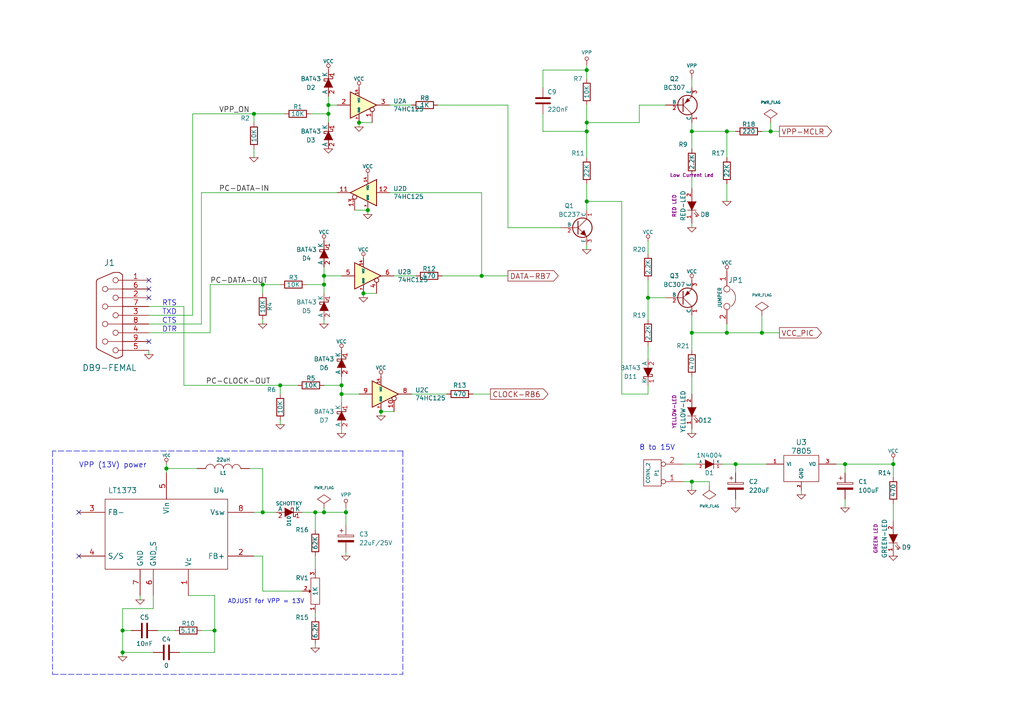
<source format=kicad_sch>
(kicad_sch (version 20211123) (generator eeschema)
  (paper "A4")
  (title_block (title "JDM - COM84 PIC Programmer with 13V DC/DC converter") (date "Sun 22 Mar 2015") (rev "2") (company "KiCad"))
  (lib_symbols
    (symbol "flat_hierarchy_schlib:74LS125" (pin_names (offset 0.254))
      (property "Reference" "U" (at 5.08 3.81 0))
      (property "Value" "74LS125" (at 7.62 -2.54 0))
      (symbol "74LS125_0_0"
        (pin power_in line (at -1.27 5.08 270) (length 2.54) (name "VCC") (number "14"))
        (pin power_in line (at -1.27 -5.08 90) (length 2.54) (name "GND") (number "7"))
      )
      (symbol "74LS125_1_0"
        (polyline (pts (xy -3.81 3.81) (xy -3.81 -3.81) (xy 3.81 0) (xy -3.81 3.81)) (stroke (width 0.254)) (fill (type background)))
        (pin input inverted (at 2.54 -5.08 90) (length 4.445) (name "~") (number "1"))
        (pin input line (at -7.62 0 0) (length 3.81) (name "~") (number "2"))
        (pin tri_state line (at 7.62 0 180) (length 3.81) (name "~") (number "3"))
      )
      (symbol "74LS125_2_0"
        (polyline (pts (xy -3.81 3.81) (xy -3.81 -3.81) (xy 3.81 0) (xy -3.81 3.81)) (stroke (width 0.254)) (fill (type background)))
        (pin input inverted (at 2.54 -5.08 90) (length 4.445) (name "~") (number "4"))
        (pin input line (at -7.62 0 0) (length 3.81) (name "~") (number "5"))
        (pin tri_state line (at 7.62 0 180) (length 3.81) (name "~") (number "6"))
      )
      (symbol "74LS125_3_0"
        (polyline (pts (xy -3.81 3.81) (xy -3.81 -3.81) (xy 3.81 0) (xy -3.81 3.81)) (stroke (width 0.254)) (fill (type background)))
        (pin input inverted (at 2.54 -5.08 90) (length 4.445) (name "~") (number "10"))
        (pin tri_state line (at 7.62 0 180) (length 3.81) (name "~") (number "8"))
        (pin input line (at -7.62 0 0) (length 3.81) (name "~") (number "9"))
      )
      (symbol "74LS125_4_0"
        (polyline (pts (xy -3.81 3.81) (xy -3.81 -3.81) (xy 3.81 0) (xy -3.81 3.81)) (stroke (width 0.254)) (fill (type background)))
        (pin tri_state line (at 7.62 0 180) (length 3.81) (name "~") (number "11"))
        (pin input line (at -7.62 0 0) (length 3.81) (name "~") (number "12"))
        (pin input inverted (at 2.54 -5.08 90) (length 4.445) (name "~") (number "13"))
      )
    )
    (symbol "flat_hierarchy_schlib:7805" (pin_names (offset 0.762))
      (property "Reference" "U" (at 3.81 -4.9784 0))
      (property "Value" "7805" (at 0 5.08 0))
      (symbol "7805_0_1"
        (rectangle (start -5.08 -3.81) (end 5.08 3.81))
      )
      (symbol "7805_1_1"
        (pin input line (at -10.16 1.27 0) (length 5.08) (name "VI") (number "1"))
        (pin input line (at 0 -6.35 90) (length 2.54) (name "GND") (number "2"))
        (pin power_out line (at 10.16 1.27 180) (length 5.08) (name "VO") (number "3"))
      )
    )
    (symbol "flat_hierarchy_schlib:BC237" (pin_names (offset 0))
      (property "Reference" "Q" (at 0 -3.81 0))
      (property "Value" "BC237" (at 0 3.81 0))
      (property "Footprint" "Package_TO_SOT_THT:TO-92" (at -2.54 -5.08 0))
      (symbol "BC237_0_1"
        (polyline (pts (xy 0 0) (xy 2.54 2.54)))
        (polyline (pts (xy 0 1.905) (xy 0 -1.905) (xy 0 -1.905)) (stroke (width 0.254)))
        (polyline (pts (xy 1.27 -1.27) (xy 0 0) (xy 0 0)))
        (polyline (pts (xy 2.286 -2.286) (xy 2.54 -2.54) (xy 2.54 -2.54)))
        (polyline (pts (xy 2.286 -2.286) (xy 1.778 -0.762) (xy 0.762 -1.778) (xy 2.286 -2.286) (xy 2.286 -2.286)) (fill (type outline)))
        (circle (center 1.27 0) (radius 2.8194) (stroke (width 0.254)))
      )
      (symbol "BC237_1_1"
        (pin passive line (at 2.54 5.08 270) (length 2.54) (name "C") (number "1"))
        (pin input line (at -5.08 0 0) (length 5.08) (name "B") (number "2"))
        (pin passive line (at 2.54 -5.08 90) (length 2.54) (name "E") (number "3"))
      )
    )
    (symbol "flat_hierarchy_schlib:BC307" (pin_names (offset 0))
      (property "Reference" "Q" (at 0 -3.81 0))
      (property "Value" "BC307" (at 0 3.81 0))
      (property "Footprint" "Package_TO_SOT_THT:TO-92" (at -2.54 -5.08 0))
      (symbol "BC307_0_1"
        (polyline (pts (xy 0 0) (xy 2.54 2.54)))
        (polyline (pts (xy 0 1.905) (xy 0 -1.905) (xy 0 -1.905)) (stroke (width 0.254)) (fill (type outline)))
        (polyline (pts (xy 0.635 -0.635) (xy 0 0) (xy 0 0)))
        (polyline (pts (xy 2.54 -2.54) (xy 1.651 -1.651) (xy 1.651 -1.651)))
        (polyline (pts (xy 0.635 -0.635) (xy 1.27 -1.905) (xy 1.905 -1.27) (xy 0.635 -0.635) (xy 0.635 -0.635)) (fill (type outline)))
        (circle (center 1.27 0) (radius 2.8194) (stroke (width 0.254)))
      )
      (symbol "BC307_1_1"
        (pin passive line (at 2.54 5.08 270) (length 2.54) (name "C") (number "1"))
        (pin input line (at -5.08 0 0) (length 5.08) (name "B") (number "2"))
        (pin passive line (at 2.54 -5.08 90) (length 2.54) (name "E") (number "3"))
      )
    )
    (symbol "flat_hierarchy_schlib:C" (pin_numbers hide) (pin_names (offset 0.254))
      (property "Reference" "C" (at 0.635 2.54 0))
      (property "Value" "C" (at 0.635 -2.54 0))
      (symbol "C_0_1"
        (polyline (pts (xy -2.032 -0.762) (xy 2.032 -0.762)) (stroke (width 0.508)))
        (polyline (pts (xy -2.032 0.762) (xy 2.032 0.762)) (stroke (width 0.508)))
      )
      (symbol "C_1_1"
        (pin passive line (at 0 3.81 270) (length 2.794) (name "~") (number "1"))
        (pin passive line (at 0 -3.81 90) (length 2.794) (name "~") (number "2"))
      )
    )
    (symbol "flat_hierarchy_schlib:CONN_2" (pin_names (offset 1.016) hide)
      (property "Reference" "P" (at -1.27 0 90))
      (property "Value" "CONN_2" (at 1.27 0 90))
      (symbol "CONN_2_0_1"
        (rectangle (start -2.54 3.81) (end 2.54 -3.81))
      )
      (symbol "CONN_2_1_1"
        (pin passive inverted (at -8.89 2.54 0) (length 6.35) (name "P1") (number "1"))
        (pin passive inverted (at -8.89 -2.54 0) (length 6.35) (name "PM") (number "2"))
      )
    )
    (symbol "flat_hierarchy_schlib:CP" (pin_numbers hide) (pin_names (offset 0.254))
      (property "Reference" "C" (at 0.635 2.54 0))
      (property "Value" "CP" (at 0.635 -2.54 0))
      (symbol "CP_0_1"
        (rectangle (start -2.286 0.508) (end -2.286 1.016))
        (rectangle (start -2.286 0.508) (end 2.286 0.508))
        (rectangle (start -1.778 2.286) (end -0.762 2.286))
        (rectangle (start -1.27 1.778) (end -1.27 2.794))
        (rectangle (start 2.286 -0.508) (end -2.286 -1.016) (fill (type outline)))
        (rectangle (start 2.286 1.016) (end -2.286 1.016))
        (rectangle (start 2.286 1.016) (end 2.286 0.508))
      )
      (symbol "CP_1_1"
        (pin passive line (at 0 3.81 270) (length 2.794) (name "~") (number "1"))
        (pin passive line (at 0 -3.81 90) (length 2.794) (name "~") (number "2"))
      )
    )
    (symbol "flat_hierarchy_schlib:D" (pin_names (offset 0))
      (property "Reference" "D" (at 0 2.54 0))
      (property "Value" "D" (at 0 -2.54 0))
      (symbol "D_0_1"
        (polyline (pts (xy -1.27 1.27) (xy -1.27 -1.27)) (stroke (width 0.1524)))
        (polyline (pts (xy 1.27 1.27) (xy -1.27 0) (xy 1.27 -1.27)) (fill (type outline)))
      )
      (symbol "D_1_1"
        (pin passive line (at -3.81 0 0) (length 2.54) (name "K") (number "1"))
        (pin passive line (at 3.81 0 180) (length 2.54) (name "A") (number "2"))
      )
    )
    (symbol "flat_hierarchy_schlib:DB9" (pin_names (offset 1.016) hide)
      (property "Reference" "J" (at 0 13.97 0))
      (property "Value" "DB9" (at 0 -13.97 0))
      (symbol "DB9_0_1"
        (circle (center -1.778 -10.16) (radius 0.762))
        (circle (center -1.778 -5.08) (radius 0.762))
        (circle (center -1.778 0) (radius 0.762))
        (circle (center -1.778 5.08) (radius 0.762))
        (circle (center -1.778 10.16) (radius 0.762))
        (polyline (pts (xy -3.81 -11.684) (xy -3.81 11.684)) (stroke (width 0.2032)))
        (polyline (pts (xy -3.81 -11.6586) (xy -3.556 -11.938)) (stroke (width 0.2032)))
        (polyline (pts (xy -3.81 -10.16) (xy -2.54 -10.16)))
        (polyline (pts (xy -3.81 -7.62) (xy 0.508 -7.62)))
        (polyline (pts (xy -3.81 -5.08) (xy -2.54 -5.08)))
        (polyline (pts (xy -3.81 -2.54) (xy 0.508 -2.54)))
        (polyline (pts (xy -3.81 0) (xy -2.54 0)))
        (polyline (pts (xy -3.81 2.54) (xy 0.508 2.54)))
        (polyline (pts (xy -3.81 5.08) (xy -2.54 5.08)))
        (polyline (pts (xy -3.81 7.62) (xy 0.508 7.62)))
        (polyline (pts (xy -3.81 10.16) (xy -2.54 10.16)))
        (polyline (pts (xy -3.556 -11.938) (xy -2.794 -12.446)) (stroke (width 0.2032)))
        (polyline (pts (xy -3.556 11.938) (xy -3.81 11.684)) (stroke (width 0.2032)))
        (polyline (pts (xy -3.556 11.938) (xy -2.54 12.446)) (stroke (width 0.2032)))
        (polyline (pts (xy -2.794 -12.446) (xy -1.27 -12.446)) (stroke (width 0.2032)))
        (polyline (pts (xy -2.54 12.446) (xy -1.778 12.446)) (stroke (width 0.2032)))
        (polyline (pts (xy 3.2766 9.906) (xy -1.778 12.446)) (stroke (width 0.2032)))
        (polyline (pts (xy 3.2766 9.906) (xy 3.81 9.398)) (stroke (width 0.2032)))
        (polyline (pts (xy 3.556 -10.3886) (xy -1.27 -12.446)) (stroke (width 0.2032)))
        (polyline (pts (xy 3.81 -9.906) (xy 3.556 -10.3886)) (stroke (width 0.2032)))
        (polyline (pts (xy 3.81 9.398) (xy 3.81 -9.906)) (stroke (width 0.2032)))
        (circle (center 1.27 -7.62) (radius 0.762))
        (circle (center 1.27 -2.54) (radius 0.762))
        (circle (center 1.27 2.54) (radius 0.762))
        (circle (center 1.27 7.62) (radius 0.762))
      )
      (symbol "DB9_1_1"
        (pin passive line (at -11.43 -10.16 0) (length 7.62) (name "1") (number "1"))
        (pin passive line (at -11.43 -5.08 0) (length 7.62) (name "2") (number "2"))
        (pin passive line (at -11.43 0 0) (length 7.62) (name "3") (number "3"))
        (pin passive line (at -11.43 5.08 0) (length 7.62) (name "4") (number "4"))
        (pin passive line (at -11.43 10.16 0) (length 7.62) (name "5") (number "5"))
        (pin passive line (at -11.43 -7.62 0) (length 7.62) (name "P6") (number "6"))
        (pin passive line (at -11.43 -2.54 0) (length 7.62) (name "P7") (number "7"))
        (pin passive line (at -11.43 2.54 0) (length 7.62) (name "P8") (number "8"))
        (pin passive line (at -11.43 7.62 0) (length 7.62) (name "P9") (number "9"))
      )
    )
    (symbol "flat_hierarchy_schlib:D_Schottky" (pin_names (offset 0))
      (property "Reference" "D" (at 0 2.54 0))
      (property "Value" "D_Schottky" (at 0 -2.54 0))
      (symbol "D_Schottky_0_1"
        (polyline (pts (xy 1.27 1.27) (xy -1.27 0) (xy 1.27 -1.27)) (fill (type outline)))
        (polyline (pts (xy -1.905 0.635) (xy -1.905 1.27) (xy -1.27 1.27) (xy -1.27 -1.27) (xy -0.635 -1.27) (xy -0.635 -0.635)) (stroke (width 0.2032)))
      )
      (symbol "D_Schottky_1_1"
        (pin passive line (at -3.81 0 0) (length 2.54) (name "K") (number "1"))
        (pin passive line (at 3.81 0 180) (length 2.54) (name "A") (number "2"))
      )
    )
    (symbol "flat_hierarchy_schlib:GND" (power) (pin_names (offset 0))
      (symbol "GND_0_1"
        (polyline (pts (xy -1.27 0) (xy 0 -1.27) (xy 1.27 0) (xy -1.27 0)))
      )
      (symbol "GND_1_1"
        (pin power_in line (at 0 0 90) (length 0) hide (name "GND") (number "1"))
      )
    )
    (symbol "flat_hierarchy_schlib:INDUCTOR" (pin_numbers hide) (pin_names (offset 1.016) hide)
      (property "Reference" "L" (at -1.27 0 90))
      (property "Value" "INDUCTOR" (at 2.54 0 90))
      (symbol "INDUCTOR_0_1"
        (arc (start 0.0254 -5.0546) (mid 1.2449 -3.8097) (end 0.0254 -2.54))
        (arc (start 0.0254 -2.5146) (mid 1.2703 -1.2444) (end 0.0254 0.0508))
        (arc (start 0.0254 0.0254) (mid 1.2703 1.2956) (end 0.0254 2.5908))
        (arc (start 0.0254 2.5654) (mid 1.1941 3.7595) (end 0.0254 4.9784))
      )
      (symbol "INDUCTOR_1_1"
        (pin passive line (at 0 7.62 270) (length 2.54) (name "1") (number "1"))
        (pin passive line (at 0 -7.62 90) (length 2.54) (name "2") (number "2"))
      )
    )
    (symbol "flat_hierarchy_schlib:JUMPER" (pin_names (offset 0.762) hide)
      (property "Reference" "JP" (at 0 3.81 0))
      (property "Value" "JUMPER" (at 0 -2.032 0))
      (symbol "JUMPER_0_1"
        (circle (center -2.54 0) (radius 0.889))
        (arc (start 2.5146 1.27) (mid 0.0078 2.5097) (end -2.4892 1.27))
        (circle (center 2.54 0) (radius 0.889))
        (pin passive line (at -7.62 0 0) (length 4.191) (name "1") (number "1"))
        (pin passive line (at 7.62 0 180) (length 4.191) (name "2") (number "2"))
      )
    )
    (symbol "flat_hierarchy_schlib:LED" (pin_names (offset 1.016) hide)
      (property "Reference" "D" (at 0 2.54 0))
      (property "Value" "LED" (at 0 -2.54 0))
      (symbol "LED_0_1"
        (polyline (pts (xy -1.27 1.27) (xy -1.27 -1.27)))
        (polyline (pts (xy -2.032 -0.635) (xy -3.175 -1.651) (xy -3.048 -1.016)))
        (polyline (pts (xy -1.651 -1.016) (xy -2.794 -2.032) (xy -2.667 -1.397)))
        (polyline (pts (xy 1.27 1.27) (xy -1.27 0) (xy 1.27 -1.27)) (fill (type outline)))
      )
      (symbol "LED_1_1"
        (pin passive line (at -5.08 0 0) (length 3.81) (name "K") (number "1"))
        (pin passive line (at 5.08 0 180) (length 3.81) (name "A") (number "2"))
      )
    )
    (symbol "flat_hierarchy_schlib:LT1373" (pin_names (offset 0.762))
      (property "Reference" "U" (at 15.24 12.7 0))
      (property "Value" "LT1373" (at -12.7 12.7 0))
      (symbol "LT1373_0_1"
        (rectangle (start -17.78 -10.16) (end 17.78 10.16))
      )
      (symbol "LT1373_1_1"
        (pin input line (at 6.35 -17.78 90) (length 7.62) (name "Vc") (number "1"))
        (pin input line (at 25.4 -6.35 180) (length 7.62) (name "FB+") (number "2"))
        (pin passive line (at -25.4 6.35 0) (length 7.62) (name "FB-") (number "3"))
        (pin passive line (at -25.4 -6.35 0) (length 7.62) (name "S/S") (number "4"))
        (pin power_in line (at 0 17.78 270) (length 7.62) (name "Vin") (number "5"))
        (pin input line (at -3.81 -17.78 90) (length 7.62) (name "GND_S") (number "6"))
        (pin input line (at -7.62 -17.78 90) (length 7.62) (name "GND") (number "7"))
        (pin input line (at 25.4 6.35 180) (length 7.62) (name "Vsw") (number "8"))
      )
    )
    (symbol "flat_hierarchy_schlib:POT" (pin_names (offset 1.016) hide)
      (property "Reference" "RV" (at 0 -2.54 0))
      (property "Value" "POT" (at 0 0 0))
      (symbol "POT_0_1"
        (rectangle (start -3.81 1.27) (end 3.81 -1.27))
        (polyline (pts (xy 0 1.27) (xy -0.508 1.778) (xy 0.508 1.778)) (fill (type outline)))
      )
      (symbol "POT_1_1"
        (pin passive line (at -6.35 0 0) (length 2.54) (name "1") (number "1"))
        (pin passive line (at 0 3.81 270) (length 2.032) (name "2") (number "2"))
        (pin passive line (at 6.35 0 180) (length 2.54) (name "3") (number "3"))
      )
    )
    (symbol "flat_hierarchy_schlib:PWR_FLAG" (power) (pin_numbers hide) (pin_names (offset 0) hide)
      (property "Value" "PWR_FLAG" (at 0 4.572 0))
      (symbol "PWR_FLAG_0_0"
        (pin power_out line (at 0 0 90) (length 0) (name "pwr") (number "1"))
      )
      (symbol "PWR_FLAG_0_1"
        (polyline (pts (xy 0 0) (xy 0 1.27) (xy -1.905 2.54) (xy 0 3.81) (xy 1.905 2.54) (xy 0 1.27)))
      )
    )
    (symbol "flat_hierarchy_schlib:R" (pin_numbers hide) (pin_names (offset 0))
      (property "Reference" "R" (at 2.032 0 90))
      (property "Value" "R" (at 0 0 90))
      (symbol "R_0_1"
        (rectangle (start -1.016 -2.54) (end 1.016 2.54) (stroke (width 0.254)))
      )
      (symbol "R_1_1"
        (pin passive line (at 0 3.81 270) (length 1.27) (name "~") (number "1"))
        (pin passive line (at 0 -3.81 90) (length 1.27) (name "~") (number "2"))
      )
    )
    (symbol "flat_hierarchy_schlib:VCC" (power) (pin_names (offset 0))
      (property "Value" "VCC" (at 0 2.54 0))
      (symbol "VCC_0_0"
        (pin power_in line (at 0 0 90) (length 0) hide (name "VCC") (number "1"))
      )
      (symbol "VCC_0_1"
        (polyline (pts (xy 0 0) (xy 0 0.762) (xy 0 0.762)))
        (circle (center 0 1.27) (radius 0.508))
      )
    )
    (symbol "flat_hierarchy_schlib:VPP" (pin_names (offset 0))
      (property "Value" "VPP" (at 0 3.81 0))
      (symbol "VPP_0_0"
        (pin power_in line (at 0 0 90) (length 0) hide (name "VPP") (number "1"))
      )
      (symbol "VPP_0_1"
        (polyline (pts (xy 0 1.524) (xy 0 0)))
        (circle (center 0 2.032) (radius 0.508))
      )
    )
  )
  (junction (at 76.2 82.55) (diameter 1.016))
  (junction (at 200.66 139.7) (diameter 1.016))
  (junction (at 95.25 30.48) (diameter 1.016))
  (junction (at 110.49 119.38) (diameter 1.016))
  (junction (at 210.82 38.1) (diameter 1.016))
  (junction (at 210.82 96.52) (diameter 1.016))
  (junction (at 170.18 20.32) (diameter 1.016))
  (junction (at 139.7 80.01) (diameter 1.016))
  (junction (at 259.08 134.62) (diameter 1.016))
  (junction (at 170.18 58.42) (diameter 1.016))
  (junction (at 93.98 80.01) (diameter 1.016))
  (junction (at 170.18 35.56) (diameter 1.016))
  (junction (at 200.66 38.1) (diameter 1.016))
  (junction (at 62.23 182.88) (diameter 1.016))
  (junction (at 93.98 148.59) (diameter 1.016))
  (junction (at 99.06 114.3) (diameter 1.016))
  (junction (at 223.52 38.1) (diameter 1.016))
  (junction (at 35.56 189.23) (diameter 1.016))
  (junction (at 245.11 134.62) (diameter 1.016))
  (junction (at 48.26 135.89) (diameter 1.016))
  (junction (at 76.2 148.59) (diameter 1.016))
  (junction (at 220.98 96.52) (diameter 1.016))
  (junction (at 105.41 85.09) (diameter 1.016))
  (junction (at 73.66 33.02) (diameter 1.016))
  (junction (at 81.28 111.76) (diameter 1.016))
  (junction (at 93.98 82.55) (diameter 1.016))
  (junction (at 187.96 86.36) (diameter 1.016))
  (junction (at 213.36 134.62) (diameter 1.016))
  (junction (at 35.56 182.88) (diameter 1.016))
  (junction (at 170.18 38.1) (diameter 1.016))
  (junction (at 104.14 35.56) (diameter 1.016))
  (junction (at 95.25 33.02) (diameter 1.016))
  (junction (at 200.66 96.52) (diameter 1.016))
  (junction (at 99.06 111.76) (diameter 1.016))
  (junction (at 100.33 148.59) (diameter 1.016))
  (junction (at 106.68 60.96) (diameter 1.016))
  (junction (at 91.44 148.59) (diameter 1.016))
  (no_connect (at 43.18 81.28))
  (no_connect (at 22.86 161.29))
  (no_connect (at 22.86 148.59))
  (no_connect (at 43.18 83.82))
  (no_connect (at 43.18 86.36))
  (no_connect (at 43.18 99.06))
  (wire (pts (xy 113.03 30.48) (xy 119.38 30.48)))
  (wire (pts (xy 220.98 38.1) (xy 223.52 38.1)))
  (wire (pts (xy 200.66 109.22) (xy 200.66 114.3)))
  (wire (pts (xy 93.98 111.76) (xy 99.06 111.76)))
  (wire (pts (xy 53.34 88.9) (xy 43.18 88.9)))
  (wire (pts (xy 102.87 60.96) (xy 106.68 60.96)))
  (wire (pts (xy 35.56 189.23) (xy 35.56 190.5)))
  (wire (pts (xy 87.63 148.59) (xy 91.44 148.59)))
  (wire (pts (xy 139.7 80.01) (xy 147.32 80.01)))
  (wire (pts (xy 73.66 148.59) (xy 76.2 148.59)))
  (wire (pts (xy 76.2 82.55) (xy 81.28 82.55)))
  (wire (pts (xy 210.82 38.1) (xy 213.36 38.1)))
  (wire (pts (xy 81.28 114.3) (xy 81.28 111.76)))
  (wire (pts (xy 73.66 45.72) (xy 73.66 43.18)))
  (wire (pts (xy 55.88 33.02) (xy 73.66 33.02)))
  (wire (pts (xy 245.11 134.62) (xy 245.11 137.16)))
  (polyline (pts (xy 15.24 195.58) (xy 116.84 195.58)) (stroke (width 0) (type dash)))
  (wire (pts (xy 110.49 120.65) (xy 110.49 119.38)))
  (wire (pts (xy 93.98 77.47) (xy 93.98 80.01)))
  (wire (pts (xy 200.66 96.52) (xy 200.66 101.6)))
  (wire (pts (xy 105.41 85.09) (xy 105.41 86.36)))
  (wire (pts (xy 187.96 86.36) (xy 187.96 92.71)))
  (wire (pts (xy 180.34 114.3) (xy 180.34 58.42)))
  (wire (pts (xy 200.66 124.46) (xy 200.66 125.73)))
  (wire (pts (xy 93.98 82.55) (xy 93.98 85.09)))
  (wire (pts (xy 210.82 96.52) (xy 220.98 96.52)))
  (wire (pts (xy 187.96 81.28) (xy 187.96 86.36)))
  (wire (pts (xy 100.33 161.29) (xy 100.33 160.02)))
  (wire (pts (xy 99.06 111.76) (xy 99.06 114.3)))
  (wire (pts (xy 245.11 144.78) (xy 245.11 147.32)))
  (wire (pts (xy 58.42 55.88) (xy 97.79 55.88)))
  (wire (pts (xy 76.2 148.59) (xy 80.01 148.59)))
  (wire (pts (xy 232.41 143.51) (xy 232.41 142.24)))
  (wire (pts (xy 200.66 38.1) (xy 200.66 43.18)))
  (wire (pts (xy 200.66 50.8) (xy 200.66 54.61)))
  (wire (pts (xy 62.23 172.72) (xy 62.23 182.88)))
  (wire (pts (xy 58.42 182.88) (xy 62.23 182.88)))
  (wire (pts (xy 91.44 161.29) (xy 91.44 165.1)))
  (wire (pts (xy 170.18 30.48) (xy 170.18 35.56)))
  (wire (pts (xy 60.96 82.55) (xy 60.96 96.52)))
  (wire (pts (xy 60.96 96.52) (xy 43.18 96.52)))
  (wire (pts (xy 73.66 35.56) (xy 73.66 33.02)))
  (wire (pts (xy 110.49 119.38) (xy 114.3 119.38)))
  (wire (pts (xy 95.25 30.48) (xy 95.25 33.02)))
  (wire (pts (xy 170.18 53.34) (xy 170.18 58.42)))
  (wire (pts (xy 76.2 92.71) (xy 76.2 93.98)))
  (wire (pts (xy 185.42 30.48) (xy 185.42 35.56)))
  (wire (pts (xy 259.08 134.62) (xy 259.08 138.43)))
  (wire (pts (xy 100.33 147.32) (xy 100.33 148.59)))
  (wire (pts (xy 223.52 35.56) (xy 223.52 38.1)))
  (wire (pts (xy 91.44 148.59) (xy 91.44 153.67)))
  (wire (pts (xy 93.98 147.32) (xy 93.98 148.59)))
  (wire (pts (xy 223.52 38.1) (xy 226.06 38.1)))
  (wire (pts (xy 53.34 111.76) (xy 53.34 88.9)))
  (wire (pts (xy 62.23 182.88) (xy 62.23 189.23)))
  (wire (pts (xy 95.25 27.94) (xy 95.25 30.48)))
  (wire (pts (xy 99.06 125.73) (xy 99.06 124.46)))
  (wire (pts (xy 90.17 33.02) (xy 95.25 33.02)))
  (wire (pts (xy 35.56 182.88) (xy 38.1 182.88)))
  (wire (pts (xy 35.56 176.53) (xy 35.56 182.88)))
  (wire (pts (xy 187.96 114.3) (xy 180.34 114.3)))
  (wire (pts (xy 245.11 134.62) (xy 259.08 134.62)))
  (wire (pts (xy 99.06 109.22) (xy 99.06 111.76)))
  (wire (pts (xy 76.2 135.89) (xy 76.2 148.59)))
  (wire (pts (xy 209.55 134.62) (xy 213.36 134.62)))
  (wire (pts (xy 242.57 134.62) (xy 245.11 134.62)))
  (wire (pts (xy 95.25 30.48) (xy 97.79 30.48)))
  (wire (pts (xy 104.14 35.56) (xy 107.95 35.56)))
  (wire (pts (xy 157.48 33.02) (xy 157.48 38.1)))
  (wire (pts (xy 44.45 176.53) (xy 35.56 176.53)))
  (wire (pts (xy 44.45 172.72) (xy 44.45 176.53)))
  (wire (pts (xy 210.82 96.52) (xy 210.82 93.98)))
  (wire (pts (xy 127 30.48) (xy 147.32 30.48)))
  (wire (pts (xy 88.9 82.55) (xy 93.98 82.55)))
  (wire (pts (xy 100.33 148.59) (xy 100.33 152.4)))
  (wire (pts (xy 193.04 30.48) (xy 185.42 30.48)))
  (wire (pts (xy 170.18 38.1) (xy 170.18 45.72)))
  (wire (pts (xy 220.98 96.52) (xy 220.98 91.44)))
  (wire (pts (xy 198.12 139.7) (xy 200.66 139.7)))
  (wire (pts (xy 205.74 139.7) (xy 205.74 140.97)))
  (wire (pts (xy 170.18 20.32) (xy 170.18 22.86)))
  (wire (pts (xy 210.82 53.34) (xy 210.82 58.42)))
  (wire (pts (xy 200.66 96.52) (xy 210.82 96.52)))
  (wire (pts (xy 170.18 58.42) (xy 170.18 60.96)))
  (wire (pts (xy 95.25 33.02) (xy 95.25 35.56)))
  (wire (pts (xy 113.03 55.88) (xy 139.7 55.88)))
  (wire (pts (xy 200.66 38.1) (xy 210.82 38.1)))
  (wire (pts (xy 73.66 161.29) (xy 76.2 161.29)))
  (polyline (pts (xy 15.24 130.81) (xy 15.24 195.58)) (stroke (width 0) (type dash)))
  (wire (pts (xy 48.26 134.62) (xy 48.26 135.89)))
  (wire (pts (xy 200.66 91.44) (xy 200.66 96.52)))
  (wire (pts (xy 91.44 177.8) (xy 91.44 179.07)))
  (wire (pts (xy 200.66 35.56) (xy 200.66 38.1)))
  (wire (pts (xy 147.32 30.48) (xy 147.32 66.04)))
  (wire (pts (xy 170.18 19.05) (xy 170.18 20.32)))
  (wire (pts (xy 185.42 35.56) (xy 170.18 35.56)))
  (wire (pts (xy 198.12 134.62) (xy 201.93 134.62)))
  (wire (pts (xy 55.88 33.02) (xy 55.88 91.44)))
  (wire (pts (xy 91.44 187.96) (xy 91.44 186.69)))
  (polyline (pts (xy 116.84 130.81) (xy 15.24 130.81)) (stroke (width 0) (type dash)))
  (wire (pts (xy 53.34 111.76) (xy 81.28 111.76)))
  (wire (pts (xy 104.14 114.3) (xy 99.06 114.3)))
  (wire (pts (xy 114.3 80.01) (xy 120.65 80.01)))
  (wire (pts (xy 157.48 25.4) (xy 157.48 20.32)))
  (wire (pts (xy 52.07 189.23) (xy 62.23 189.23)))
  (wire (pts (xy 91.44 148.59) (xy 93.98 148.59)))
  (wire (pts (xy 200.66 25.4) (xy 200.66 22.86)))
  (wire (pts (xy 139.7 55.88) (xy 139.7 80.01)))
  (wire (pts (xy 119.38 114.3) (xy 129.54 114.3)))
  (wire (pts (xy 106.68 62.23) (xy 106.68 60.96)))
  (wire (pts (xy 58.42 93.98) (xy 58.42 55.88)))
  (wire (pts (xy 187.96 69.85) (xy 187.96 73.66)))
  (wire (pts (xy 259.08 146.05) (xy 259.08 151.13)))
  (wire (pts (xy 73.66 33.02) (xy 82.55 33.02)))
  (wire (pts (xy 93.98 148.59) (xy 100.33 148.59)))
  (wire (pts (xy 142.24 114.3) (xy 137.16 114.3)))
  (wire (pts (xy 105.41 85.09) (xy 109.22 85.09)))
  (wire (pts (xy 259.08 133.35) (xy 259.08 134.62)))
  (wire (pts (xy 157.48 20.32) (xy 170.18 20.32)))
  (wire (pts (xy 60.96 82.55) (xy 76.2 82.55)))
  (wire (pts (xy 193.04 86.36) (xy 187.96 86.36)))
  (wire (pts (xy 128.27 80.01) (xy 139.7 80.01)))
  (wire (pts (xy 45.72 182.88) (xy 50.8 182.88)))
  (wire (pts (xy 147.32 66.04) (xy 162.56 66.04)))
  (wire (pts (xy 170.18 58.42) (xy 180.34 58.42)))
  (wire (pts (xy 200.66 64.77) (xy 200.66 66.04)))
  (wire (pts (xy 213.36 144.78) (xy 213.36 147.32)))
  (wire (pts (xy 48.26 135.89) (xy 57.15 135.89)))
  (wire (pts (xy 93.98 80.01) (xy 93.98 82.55)))
  (wire (pts (xy 213.36 134.62) (xy 213.36 137.16)))
  (wire (pts (xy 187.96 111.76) (xy 187.96 114.3)))
  (wire (pts (xy 76.2 82.55) (xy 76.2 85.09)))
  (wire (pts (xy 187.96 100.33) (xy 187.96 104.14)))
  (wire (pts (xy 93.98 93.98) (xy 93.98 92.71)))
  (polyline (pts (xy 116.84 130.81) (xy 116.84 195.58)) (stroke (width 0) (type dash)))
  (wire (pts (xy 99.06 80.01) (xy 93.98 80.01)))
  (wire (pts (xy 81.28 123.19) (xy 81.28 121.92)))
  (wire (pts (xy 76.2 171.45) (xy 87.63 171.45)))
  (wire (pts (xy 55.88 91.44) (xy 43.18 91.44)))
  (wire (pts (xy 54.61 172.72) (xy 62.23 172.72)))
  (wire (pts (xy 170.18 35.56) (xy 170.18 38.1)))
  (wire (pts (xy 200.66 139.7) (xy 205.74 139.7)))
  (wire (pts (xy 72.39 135.89) (xy 76.2 135.89)))
  (wire (pts (xy 43.18 102.87) (xy 43.18 101.6)))
  (wire (pts (xy 200.66 142.24) (xy 200.66 139.7)))
  (wire (pts (xy 76.2 161.29) (xy 76.2 171.45)))
  (wire (pts (xy 104.14 36.83) (xy 104.14 35.56)))
  (wire (pts (xy 35.56 182.88) (xy 35.56 189.23)))
  (wire (pts (xy 81.28 111.76) (xy 86.36 111.76)))
  (wire (pts (xy 43.18 93.98) (xy 58.42 93.98)))
  (wire (pts (xy 99.06 114.3) (xy 99.06 116.84)))
  (wire (pts (xy 40.64 173.99) (xy 40.64 172.72)))
  (wire (pts (xy 220.98 96.52) (xy 226.06 96.52)))
  (wire (pts (xy 170.18 72.39) (xy 170.18 71.12)))
  (wire (pts (xy 157.48 38.1) (xy 170.18 38.1)))
  (wire (pts (xy 213.36 134.62) (xy 222.25 134.62)))
  (wire (pts (xy 35.56 189.23) (xy 44.45 189.23)))
  (wire (pts (xy 48.26 135.89) (xy 48.26 137.16)))
  (wire (pts (xy 210.82 38.1) (xy 210.82 45.72)))
  (text "TXD" (at 46.99 91.44 0) (effects (font (size 1.524 1.524)) (justify left bottom)))
  (text "CTS" (at 46.99 93.98 0) (effects (font (size 1.524 1.524)) (justify left bottom)))
  (text "DTR" (at 46.99 96.52 0) (effects (font (size 1.524 1.524)) (justify left bottom)))
  (text "VPP (13V) power" (at 22.86 135.89 0) (effects (font (size 1.524 1.524)) (justify left bottom)))
  (text "ADJUST for VPP = 13V" (at 66.04 175.26 0) (effects (font (size 1.27 1.27)) (justify left bottom)))
  (text "RTS" (at 46.99 88.9 0) (effects (font (size 1.524 1.524)) (justify left bottom)))
  (text "8 to 15V" (at 185.42 130.81 0) (effects (font (size 1.524 1.524)) (justify left bottom)))
  (label "PC-CLOCK-OUT" (at 59.69 111.76 0) (effects (font (size 1.524 1.524))))
  (label "PC-DATA-OUT" (at 60.96 82.55 0) (effects (font (size 1.524 1.524))))
  (label "VPP_ON" (at 63.5 33.02 0) (effects (font (size 1.524 1.524))))
  (label "PC-DATA-IN" (at 63.5 55.88 0) (effects (font (size 1.524 1.524))))
  (global_label "VCC_PIC" (shape output) (at 226.06 96.52 0) (effects (font (size 1.524 1.524))) (property "Intersheet References" "${INTERSHEET_REFS}" (effects hide)))
  (global_label "CLOCK-RB6" (shape output) (at 142.24 114.3 0) (effects (font (size 1.524 1.524))) (property "Intersheet References" "${INTERSHEET_REFS}" (effects hide)))
  (global_label "VPP-MCLR" (shape output) (at 226.06 38.1 0) (effects (font (size 1.524 1.524))) (property "Intersheet References" "${INTERSHEET_REFS}" (effects hide)))
  (global_label "DATA-RB7" (shape output) (at 147.32 80.01 0) (effects (font (size 1.524 1.524))) (property "Intersheet References" "${INTERSHEET_REFS}" (effects hide)))
  (symbol (lib_id "flat_hierarchy_schlib:DB9") (at 31.75 91.44 180) (unit 1)
    (property "Reference" "J1" (at 31.75 76.2 0) (effects (font (size 1.778 1.778))))
    (property "Value" "DB9-FEMAL" (at 31.75 106.68 0) (effects (font (size 1.778 1.778))))
    (property "Footprint" "Connector_Dsub:DSUB-9_Female_Horizontal_P2.77x2.84mm_EdgePinOffset7.70mm_Housed_MountingHolesOffset9.12mm" (effects hide))
  )
  (symbol (lib_id "flat_hierarchy_schlib:74LS125") (at 105.41 30.48 0) (unit 1)
    (property "Reference" "U2" (at 114.0461 29.3306 0) (effects (justify left)))
    (property "Value" "74HC125" (at 114.0461 31.6293 0) (effects (justify left)))
    (property "Footprint" "Package_DIP:DIP-14_W7.62mm_LongPads" (effects hide))
  )
  (symbol (lib_id "flat_hierarchy_schlib:R") (at 86.36 33.02 90) (unit 1)
    (property "Reference" "R1" (at 86.36 30.988 90))
    (property "Value" "10K" (at 86.36 33.02 90))
    (property "Footprint" "Resistor_THT:R_Axial_DIN0207_L6.3mm_D2.5mm_P10.16mm_Horizontal" (effects hide))
  )
  (symbol (lib_id "flat_hierarchy_schlib:R") (at 73.66 39.37 0) (unit 1)
    (property "Reference" "R2" (at 71.12 34.29 0))
    (property "Value" "10K" (at 73.66 39.37 90))
    (property "Footprint" "Resistor_THT:R_Axial_DIN0207_L6.3mm_D2.5mm_P10.16mm_Horizontal" (effects hide))
  )
  (symbol (lib_id "flat_hierarchy_schlib:D_Schottky") (at 95.25 24.13 270) (unit 1)
    (property "Reference" "D2" (at 90.17 25.4 90))
    (property "Value" "BAT43" (at 90.17 22.86 90))
    (property "Footprint" "Diode_THT:D_DO-35_SOD27_P7.62mm_Horizontal" (effects hide))
  )
  (symbol (lib_id "flat_hierarchy_schlib:D_Schottky") (at 95.25 39.37 270) (unit 1)
    (property "Reference" "D3" (at 90.17 40.64 90))
    (property "Value" "BAT43" (at 90.17 38.1 90))
    (property "Footprint" "Diode_THT:D_DO-35_SOD27_P7.62mm_Horizontal" (effects hide))
  )
  (symbol (lib_id "flat_hierarchy_schlib:GND") (at 104.14 36.83 0) (unit 1)
    (property "Reference" "#PWR046" (effects hide))
    (property "Value" "GND" (effects hide))
  )
  (symbol (lib_id "flat_hierarchy_schlib:GND") (at 95.25 43.18 0) (unit 1)
    (property "Reference" "#PWR045" (effects hide))
    (property "Value" "GND" (effects hide))
  )
  (symbol (lib_id "flat_hierarchy_schlib:VCC") (at 95.25 20.32 0) (unit 1)
    (property "Reference" "#PWR044" (effects hide))
    (property "Value" "VCC" (at 95.25 17.78 0) (effects (font (size 1.016 1.016))))
  )
  (symbol (lib_id "flat_hierarchy_schlib:74LS125") (at 106.68 80.01 0) (unit 2)
    (property "Reference" "U2" (at 115.3161 78.8606 0) (effects (justify left)))
    (property "Value" "74HC125" (at 115.3161 81.1593 0) (effects (justify left)))
    (property "Footprint" "Package_DIP:DIP-14_W7.62mm_LongPads" (effects hide))
  )
  (symbol (lib_id "flat_hierarchy_schlib:R") (at 85.09 82.55 90) (unit 1)
    (property "Reference" "R3" (at 85.09 80.518 90))
    (property "Value" "10K" (at 85.09 82.55 90))
    (property "Footprint" "Resistor_THT:R_Axial_DIN0207_L6.3mm_D2.5mm_P10.16mm_Horizontal" (effects hide))
  )
  (symbol (lib_id "flat_hierarchy_schlib:R") (at 76.2 88.9 0) (unit 1)
    (property "Reference" "R4" (at 78.232 88.9 90))
    (property "Value" "10K" (at 76.2 88.9 90))
    (property "Footprint" "Resistor_THT:R_Axial_DIN0207_L6.3mm_D2.5mm_P10.16mm_Horizontal" (effects hide))
  )
  (symbol (lib_id "flat_hierarchy_schlib:D_Schottky") (at 93.98 73.66 270) (unit 1)
    (property "Reference" "D4" (at 88.9 74.93 90))
    (property "Value" "BAT43" (at 88.9 72.39 90))
    (property "Footprint" "Diode_THT:D_DO-35_SOD27_P7.62mm_Horizontal" (effects hide))
  )
  (symbol (lib_id "flat_hierarchy_schlib:D_Schottky") (at 93.98 88.9 270) (unit 1)
    (property "Reference" "D5" (at 88.9 90.17 90))
    (property "Value" "BAT43" (at 88.9 87.63 90))
    (property "Footprint" "Diode_THT:D_DO-35_SOD27_P7.62mm_Horizontal" (effects hide))
  )
  (symbol (lib_id "flat_hierarchy_schlib:GND") (at 105.41 86.36 0) (unit 1)
    (property "Reference" "#PWR043" (effects hide))
    (property "Value" "GND" (effects hide))
  )
  (symbol (lib_id "flat_hierarchy_schlib:GND") (at 93.98 93.98 0) (unit 1)
    (property "Reference" "#PWR042" (effects hide))
    (property "Value" "GND" (effects hide))
  )
  (symbol (lib_id "flat_hierarchy_schlib:VCC") (at 93.98 69.85 0) (unit 1)
    (property "Reference" "#PWR041" (effects hide))
    (property "Value" "VCC" (at 93.98 67.31 0) (effects (font (size 1.016 1.016))))
  )
  (symbol (lib_id "flat_hierarchy_schlib:74LS125") (at 111.76 114.3 0) (unit 3)
    (property "Reference" "U2" (at 120.3961 113.1506 0) (effects (justify left)))
    (property "Value" "74HC125" (at 120.3961 115.4493 0) (effects (justify left)))
    (property "Footprint" "Package_DIP:DIP-14_W7.62mm_LongPads" (effects hide))
  )
  (symbol (lib_id "flat_hierarchy_schlib:R") (at 90.17 111.76 90) (unit 1)
    (property "Reference" "R5" (at 90.17 109.728 90))
    (property "Value" "10K" (at 90.17 111.76 90))
    (property "Footprint" "Resistor_THT:R_Axial_DIN0207_L6.3mm_D2.5mm_P10.16mm_Horizontal" (effects hide))
  )
  (symbol (lib_id "flat_hierarchy_schlib:R") (at 81.28 118.11 0) (unit 1)
    (property "Reference" "R6" (at 78.74 113.03 0))
    (property "Value" "10K" (at 81.28 118.11 90))
    (property "Footprint" "Resistor_THT:R_Axial_DIN0207_L6.3mm_D2.5mm_P10.16mm_Horizontal" (effects hide))
  )
  (symbol (lib_id "flat_hierarchy_schlib:D_Schottky") (at 99.06 105.41 270) (unit 1)
    (property "Reference" "D6" (at 93.98 106.68 90))
    (property "Value" "BAT43" (at 93.98 104.14 90))
    (property "Footprint" "Diode_THT:D_DO-35_SOD27_P7.62mm_Horizontal" (effects hide))
  )
  (symbol (lib_id "flat_hierarchy_schlib:D_Schottky") (at 99.06 120.65 270) (unit 1)
    (property "Reference" "D7" (at 93.98 121.92 90))
    (property "Value" "BAT43" (at 93.98 119.38 90))
    (property "Footprint" "Diode_THT:D_DO-35_SOD27_P7.62mm_Horizontal" (effects hide))
  )
  (symbol (lib_id "flat_hierarchy_schlib:GND") (at 110.49 120.65 0) (unit 1)
    (property "Reference" "#PWR040" (effects hide))
    (property "Value" "GND" (effects hide))
  )
  (symbol (lib_id "flat_hierarchy_schlib:GND") (at 99.06 125.73 0) (unit 1)
    (property "Reference" "#PWR039" (effects hide))
    (property "Value" "GND" (effects hide))
  )
  (symbol (lib_id "flat_hierarchy_schlib:VCC") (at 99.06 101.6 0) (unit 1)
    (property "Reference" "#PWR038" (effects hide))
    (property "Value" "VCC" (at 99.06 99.06 0) (effects (font (size 1.016 1.016))))
  )
  (symbol (lib_id "flat_hierarchy_schlib:74LS125") (at 105.41 55.88 0) (mirror y) (unit 4)
    (property "Reference" "U2" (at 114.0461 54.7306 0) (effects (justify right)))
    (property "Value" "74HC125" (at 114.0461 57.0293 0) (effects (justify right)))
    (property "Footprint" "Package_DIP:DIP-14_W7.62mm_LongPads" (effects hide))
  )
  (symbol (lib_id "flat_hierarchy_schlib:GND") (at 106.68 62.23 0) (unit 1)
    (property "Reference" "#PWR037" (effects hide))
    (property "Value" "GND" (effects hide))
  )
  (symbol (lib_id "flat_hierarchy_schlib:R") (at 124.46 80.01 90) (unit 1)
    (property "Reference" "R12" (at 124.46 77.978 90))
    (property "Value" "470" (at 124.46 80.01 90))
    (property "Footprint" "Resistor_THT:R_Axial_DIN0207_L6.3mm_D2.5mm_P10.16mm_Horizontal" (effects hide))
  )
  (symbol (lib_id "flat_hierarchy_schlib:R") (at 133.35 114.3 90) (unit 1)
    (property "Reference" "R13" (at 133.35 111.76 90))
    (property "Value" "470" (at 133.35 114.3 90))
    (property "Footprint" "Resistor_THT:R_Axial_DIN0207_L6.3mm_D2.5mm_P10.16mm_Horizontal" (effects hide))
  )
  (symbol (lib_id "flat_hierarchy_schlib:R") (at 123.19 30.48 90) (unit 1)
    (property "Reference" "R8" (at 123.19 28.448 90))
    (property "Value" "1K" (at 123.19 30.48 90))
    (property "Footprint" "Resistor_THT:R_Axial_DIN0207_L6.3mm_D2.5mm_P10.16mm_Horizontal" (effects hide))
  )
  (symbol (lib_id "flat_hierarchy_schlib:GND") (at 76.2 93.98 0) (unit 1)
    (property "Reference" "#PWR036" (effects hide))
    (property "Value" "GND" (effects hide))
  )
  (symbol (lib_id "flat_hierarchy_schlib:GND") (at 81.28 123.19 0) (unit 1)
    (property "Reference" "#PWR035" (effects hide))
    (property "Value" "GND" (effects hide))
  )
  (symbol (lib_id "flat_hierarchy_schlib:GND") (at 73.66 45.72 0) (unit 1)
    (property "Reference" "#PWR034" (effects hide))
    (property "Value" "GND" (effects hide))
  )
  (symbol (lib_id "flat_hierarchy_schlib:GND") (at 43.18 102.87 0) (unit 1)
    (property "Reference" "#PWR033" (effects hide))
    (property "Value" "GND" (effects hide))
  )
  (symbol (lib_id "flat_hierarchy_schlib:BC237") (at 167.64 66.04 0) (unit 1)
    (property "Reference" "Q1" (at 165.1 59.69 0))
    (property "Value" "BC237" (at 165.1508 62.23 0))
    (property "Footprint" "Package_TO_SOT_THT:TO-92" (effects hide))
  )
  (symbol (lib_id "flat_hierarchy_schlib:GND") (at 170.18 72.39 0) (unit 1)
    (property "Reference" "#PWR032" (effects hide))
    (property "Value" "GND" (effects hide))
  )
  (symbol (lib_id "flat_hierarchy_schlib:R") (at 170.18 49.53 180) (unit 1)
    (property "Reference" "R11" (at 167.64 44.45 0))
    (property "Value" "22K" (at 170.18 49.53 90))
    (property "Footprint" "Resistor_THT:R_Axial_DIN0207_L6.3mm_D2.5mm_P10.16mm_Horizontal" (effects hide))
  )
  (symbol (lib_id "flat_hierarchy_schlib:R") (at 170.18 26.67 0) (unit 1)
    (property "Reference" "R7" (at 167.64 22.86 0))
    (property "Value" "10K" (at 170.18 26.67 90))
    (property "Footprint" "Resistor_THT:R_Axial_DIN0207_L6.3mm_D2.5mm_P10.16mm_Horizontal" (effects hide))
  )
  (symbol (lib_id "flat_hierarchy_schlib:BC307") (at 198.12 30.48 0) (mirror x) (unit 1)
    (property "Reference" "Q2" (at 195.58 22.86 0))
    (property "Value" "BC307" (at 195.58 25.4 0))
    (property "Footprint" "Package_TO_SOT_THT:TO-92" (effects hide))
  )
  (symbol (lib_id "flat_hierarchy_schlib:VPP") (at 170.18 19.05 0) (unit 1)
    (property "Reference" "#PWR22" (effects hide))
    (property "Value" "VPP" (at 170.18 15.24 0) (effects (font (size 1.016 1.016))))
  )
  (symbol (lib_id "flat_hierarchy_schlib:VPP") (at 200.66 22.86 0) (unit 1)
    (property "Reference" "#PWR23" (effects hide))
    (property "Value" "VPP" (at 200.66 19.05 0) (effects (font (size 1.016 1.016))))
  )
  (symbol (lib_id "flat_hierarchy_schlib:R") (at 200.66 46.99 0) (unit 1)
    (property "Reference" "R9" (at 198.12 41.91 0))
    (property "Value" "2.2K" (at 200.66 46.99 90))
    (property "Footprint" "Resistor_THT:R_Axial_DIN0207_L6.3mm_D2.5mm_P10.16mm_Horizontal" (effects hide))
  )
  (symbol (lib_id "flat_hierarchy_schlib:LED") (at 200.66 59.69 90) (unit 1)
    (property "Reference" "D8" (at 204.47 62.23 90))
    (property "Value" "RED-LED" (at 198.12 59.69 0))
    (property "Footprint" "LED_THT:LED_D5.0mm" (effects hide))
    (property "Champ4" "Low Current Led" (at 200.66 50.8 90) (effects (font (size 1.016 1.016))))
    (property "Champ5" "RED LED" (at 195.58 59.69 0) (effects (font (size 1.016 1.016))))
  )
  (symbol (lib_id "flat_hierarchy_schlib:CONN_2") (at 189.23 137.16 180) (unit 1)
    (property "Reference" "P1" (at 190.5 137.16 90) (effects (font (size 1.016 1.016))))
    (property "Value" "CONN_2" (at 187.96 137.16 90) (effects (font (size 1.016 1.016))))
    (property "Footprint" "TerminalBlock_Altech:Altech_AK300_1x02_P5.00mm_45-Degree" (effects hide))
  )
  (symbol (lib_id "flat_hierarchy_schlib:D") (at 205.74 134.62 180) (unit 1)
    (property "Reference" "D1" (at 205.74 137.16 0))
    (property "Value" "1N4004" (at 205.74 132.08 0))
    (property "Footprint" "Diode_THT:D_DO-35_SOD27_P12.70mm_Horizontal" (effects hide))
  )
  (symbol (lib_id "flat_hierarchy_schlib:GND") (at 200.66 142.24 0) (unit 1)
    (property "Reference" "#PWR031" (effects hide))
    (property "Value" "GND" (effects hide))
  )
  (symbol (lib_id "flat_hierarchy_schlib:CP") (at 213.36 140.97 0) (unit 1)
    (property "Reference" "C2" (at 217.17 139.7 0) (effects (justify left)))
    (property "Value" "220uF" (at 217.17 142.24 0) (effects (justify left)))
    (property "Footprint" "Capacitor_THT:CP_Axial_L18.0mm_D6.5mm_P25.00mm_Horizontal" (effects hide))
  )
  (symbol (lib_id "flat_hierarchy_schlib:GND") (at 213.36 147.32 0) (unit 1)
    (property "Reference" "#PWR030" (effects hide))
    (property "Value" "GND" (effects hide))
  )
  (symbol (lib_id "flat_hierarchy_schlib:7805") (at 232.41 135.89 0) (unit 1)
    (property "Reference" "U3" (at 232.41 128.27 0) (effects (font (size 1.524 1.524))))
    (property "Value" "7805" (at 232.41 130.81 0) (effects (font (size 1.524 1.524))))
    (property "Footprint" "Package_TO_SOT_THT:TO-220-3_Horizontal_TabDown" (effects hide))
  )
  (symbol (lib_id "flat_hierarchy_schlib:GND") (at 232.41 143.51 0) (unit 1)
    (property "Reference" "#PWR029" (effects hide))
    (property "Value" "GND" (effects hide))
  )
  (symbol (lib_id "flat_hierarchy_schlib:CP") (at 245.11 140.97 0) (unit 1)
    (property "Reference" "C1" (at 248.92 139.7 0) (effects (justify left)))
    (property "Value" "100uF" (at 248.92 142.24 0) (effects (justify left)))
    (property "Footprint" "Capacitor_THT:CP_Axial_L18.0mm_D6.5mm_P25.00mm_Horizontal" (effects hide))
  )
  (symbol (lib_id "flat_hierarchy_schlib:GND") (at 245.11 147.32 0) (unit 1)
    (property "Reference" "#PWR028" (effects hide))
    (property "Value" "GND" (effects hide))
  )
  (symbol (lib_id "flat_hierarchy_schlib:R") (at 259.08 142.24 0) (unit 1)
    (property "Reference" "R14" (at 256.54 137.16 0))
    (property "Value" "470" (at 259.08 142.24 90))
    (property "Footprint" "Resistor_THT:R_Axial_DIN0207_L6.3mm_D2.5mm_P10.16mm_Horizontal" (effects hide))
  )
  (symbol (lib_id "flat_hierarchy_schlib:LED") (at 259.08 156.21 90) (unit 1)
    (property "Reference" "D9" (at 262.89 158.75 90))
    (property "Value" "GREEN-LED" (at 256.54 156.21 0))
    (property "Footprint" "LED_THT:LED_D5.0mm" (effects hide))
    (property "Champ4" "GREEN LED" (at 254 156.21 0) (effects (font (size 1.016 1.016))))
  )
  (symbol (lib_id "flat_hierarchy_schlib:GND") (at 259.08 161.29 0) (unit 1)
    (property "Reference" "#PWR027" (effects hide))
    (property "Value" "GND" (effects hide))
  )
  (symbol (lib_id "flat_hierarchy_schlib:VCC") (at 259.08 133.35 0) (unit 1)
    (property "Reference" "#PWR026" (effects hide))
    (property "Value" "VCC" (at 259.08 130.81 0) (effects (font (size 1.016 1.016))))
  )
  (symbol (lib_id "flat_hierarchy_schlib:R") (at 210.82 49.53 0) (unit 1)
    (property "Reference" "R17" (at 208.28 44.45 0))
    (property "Value" "22K" (at 210.82 49.53 90))
    (property "Footprint" "Resistor_THT:R_Axial_DIN0207_L6.3mm_D2.5mm_P10.16mm_Horizontal" (effects hide))
  )
  (symbol (lib_id "flat_hierarchy_schlib:GND") (at 210.82 58.42 0) (unit 1)
    (property "Reference" "#PWR025" (effects hide))
    (property "Value" "GND" (effects hide))
  )
  (symbol (lib_id "flat_hierarchy_schlib:INDUCTOR") (at 64.77 135.89 270) (mirror x) (unit 1)
    (property "Reference" "L1" (at 64.77 137.16 90) (effects (font (size 1.016 1.016))))
    (property "Value" "22uH" (at 64.77 133.35 90) (effects (font (size 1.016 1.016))))
    (property "Footprint" "inductors:INDUCTOR_V" (effects hide))
  )
  (symbol (lib_id "flat_hierarchy_schlib:VCC") (at 48.26 134.62 0) (unit 1)
    (property "Reference" "#PWR024" (effects hide))
    (property "Value" "VCC" (at 48.26 132.08 0) (effects (font (size 0.762 0.762))))
  )
  (symbol (lib_id "flat_hierarchy_schlib:VPP") (at 100.33 147.32 0) (unit 1)
    (property "Reference" "#PWR34" (effects hide))
    (property "Value" "VPP" (at 100.33 143.51 0) (effects (font (size 1.016 1.016))))
  )
  (symbol (lib_id "flat_hierarchy_schlib:CP") (at 100.33 156.21 0) (unit 1)
    (property "Reference" "C3" (at 104.14 154.94 0) (effects (justify left)))
    (property "Value" "22uF/25V" (at 104.14 157.48 0) (effects (justify left)))
    (property "Footprint" "Capacitor_THT:CP_Axial_L11.0mm_D6.0mm_P18.00mm_Horizontal" (effects hide))
  )
  (symbol (lib_id "flat_hierarchy_schlib:PWR_FLAG") (at 93.98 147.32 0) (unit 1)
    (property "Reference" "#FLG023" (effects hide))
    (property "Value" "PWR_FLAG" (at 93.98 141.478 0) (effects (font (size 0.762 0.762))))
  )
  (symbol (lib_id "flat_hierarchy_schlib:C") (at 41.91 182.88 270) (mirror x) (unit 1)
    (property "Reference" "C5" (at 41.91 179.07 90))
    (property "Value" "10nF" (at 41.91 186.69 90))
    (property "Footprint" "Capacitor_THT:C_Disc_D5.1mm_W3.2mm_P5.00mm" (effects hide))
  )
  (symbol (lib_id "flat_hierarchy_schlib:R") (at 91.44 182.88 0) (unit 1)
    (property "Reference" "R15" (at 87.63 179.07 0))
    (property "Value" "6.2K" (at 91.44 182.88 90))
    (property "Footprint" "Resistor_THT:R_Axial_DIN0207_L6.3mm_D2.5mm_P10.16mm_Horizontal" (effects hide))
  )
  (symbol (lib_id "flat_hierarchy_schlib:R") (at 91.44 157.48 180) (unit 1)
    (property "Reference" "R16" (at 87.63 153.67 0))
    (property "Value" "62K" (at 91.44 157.48 90))
    (property "Footprint" "Resistor_THT:R_Axial_DIN0207_L6.3mm_D2.5mm_P10.16mm_Horizontal" (effects hide))
  )
  (symbol (lib_id "flat_hierarchy_schlib:LT1373") (at 48.26 154.94 0) (unit 1)
    (property "Reference" "U4" (at 63.5 142.24 0) (effects (font (size 1.524 1.524))))
    (property "Value" "LT1373" (at 35.56 142.24 0) (effects (font (size 1.524 1.524))))
    (property "Footprint" "Package_DIP:DIP-8_W7.62mm_LongPads" (effects hide))
  )
  (symbol (lib_id "flat_hierarchy_schlib:C") (at 48.26 189.23 270) (mirror x) (unit 1)
    (property "Reference" "C4" (at 48.26 185.42 90))
    (property "Value" "0" (at 48.26 193.04 90))
    (property "Footprint" "Capacitor_THT:C_Disc_D5.1mm_W3.2mm_P5.00mm" (effects hide))
  )
  (symbol (lib_id "flat_hierarchy_schlib:R") (at 54.61 182.88 270) (mirror x) (unit 1)
    (property "Reference" "R10" (at 54.61 180.848 90))
    (property "Value" "5.1K" (at 54.61 182.88 90))
    (property "Footprint" "Resistor_THT:R_Axial_DIN0207_L6.3mm_D2.5mm_P10.16mm_Horizontal" (effects hide))
  )
  (symbol (lib_id "flat_hierarchy_schlib:D_Schottky") (at 83.82 148.59 180) (unit 1)
    (property "Reference" "D10" (at 83.82 151.13 90) (effects (font (size 1.016 1.016))))
    (property "Value" "SCHOTTKY" (at 83.82 146.05 0) (effects (font (size 1.016 1.016))))
    (property "Footprint" "Diode_THT:D_DO-35_SOD27_P12.70mm_Horizontal" (effects hide))
  )
  (symbol (lib_id "flat_hierarchy_schlib:PWR_FLAG") (at 205.74 140.97 180) (unit 1)
    (property "Reference" "#FLG022" (effects hide))
    (property "Value" "PWR_FLAG" (at 205.74 146.812 0) (effects (font (size 0.762 0.762))))
  )
  (symbol (lib_id "flat_hierarchy_schlib:GND") (at 200.66 66.04 0) (unit 1)
    (property "Reference" "#PWR021" (effects hide))
    (property "Value" "GND" (effects hide))
  )
  (symbol (lib_id "flat_hierarchy_schlib:R") (at 217.17 38.1 90) (unit 1)
    (property "Reference" "R18" (at 217.17 36.068 90))
    (property "Value" "220" (at 217.17 38.1 90))
    (property "Footprint" "Resistor_THT:R_Axial_DIN0207_L6.3mm_D2.5mm_P10.16mm_Horizontal" (effects hide))
  )
  (symbol (lib_id "flat_hierarchy_schlib:POT") (at 91.44 171.45 90) (unit 1)
    (property "Reference" "RV1" (at 87.63 167.64 90))
    (property "Value" "1K" (at 91.44 171.45 0))
    (property "Footprint" "pic_programmer_fp:RV2X4" (effects hide))
  )
  (symbol (lib_id "flat_hierarchy_schlib:VCC") (at 187.96 69.85 0) (unit 1)
    (property "Reference" "#PWR020" (effects hide))
    (property "Value" "VCC" (at 187.96 67.31 0) (effects (font (size 1.016 1.016))))
  )
  (symbol (lib_id "flat_hierarchy_schlib:BC307") (at 198.12 86.36 0) (mirror x) (unit 1)
    (property "Reference" "Q3" (at 195.58 80.01 0))
    (property "Value" "BC307" (at 195.58 82.55 0))
    (property "Footprint" "Package_TO_SOT_THT:TO-92" (effects hide))
  )
  (symbol (lib_id "flat_hierarchy_schlib:R") (at 187.96 96.52 180) (unit 1)
    (property "Reference" "R19" (at 185.42 91.44 0))
    (property "Value" "2.2K" (at 187.96 96.52 90))
    (property "Footprint" "Resistor_THT:R_Axial_DIN0207_L6.3mm_D2.5mm_P10.16mm_Horizontal" (effects hide))
  )
  (symbol (lib_id "flat_hierarchy_schlib:R") (at 187.96 77.47 0) (unit 1)
    (property "Reference" "R20" (at 185.42 72.39 0))
    (property "Value" "2.2K" (at 187.96 77.47 90))
    (property "Footprint" "Resistor_THT:R_Axial_DIN0207_L6.3mm_D2.5mm_P10.16mm_Horizontal" (effects hide))
  )
  (symbol (lib_id "flat_hierarchy_schlib:R") (at 200.66 105.41 0) (unit 1)
    (property "Reference" "R21" (at 198.12 100.33 0))
    (property "Value" "470" (at 200.66 105.41 90))
    (property "Footprint" "Resistor_THT:R_Axial_DIN0207_L6.3mm_D2.5mm_P10.16mm_Horizontal" (effects hide))
  )
  (symbol (lib_id "flat_hierarchy_schlib:LED") (at 200.66 119.38 90) (unit 1)
    (property "Reference" "D12" (at 204.47 121.92 90))
    (property "Value" "YELLOW-LED" (at 198.12 119.38 0))
    (property "Footprint" "LED_THT:LED_D5.0mm" (effects hide))
    (property "Champ4" "YELLOW-LED" (at 195.58 119.38 0) (effects (font (size 1.016 1.016))))
  )
  (symbol (lib_id "flat_hierarchy_schlib:GND") (at 200.66 125.73 0) (unit 1)
    (property "Reference" "#PWR019" (effects hide))
    (property "Value" "GND" (effects hide))
  )
  (symbol (lib_id "flat_hierarchy_schlib:VCC") (at 200.66 81.28 0) (unit 1)
    (property "Reference" "#PWR018" (effects hide))
    (property "Value" "VCC" (at 200.66 78.74 0) (effects (font (size 1.016 1.016))))
  )
  (symbol (lib_id "flat_hierarchy_schlib:D_Schottky") (at 187.96 107.95 90) (unit 1)
    (property "Reference" "D11" (at 182.88 109.22 90))
    (property "Value" "BAT43" (at 182.88 106.68 90))
    (property "Footprint" "Diode_THT:D_DO-35_SOD27_P7.62mm_Horizontal" (effects hide))
  )
  (symbol (lib_id "flat_hierarchy_schlib:JUMPER") (at 210.82 86.36 270) (unit 1)
    (property "Reference" "JP1" (at 213.36 81.28 90) (effects (font (size 1.524 1.524))))
    (property "Value" "JUMPER" (at 208.788 86.36 0) (effects (font (size 1.016 1.016))))
    (property "Footprint" "pin_array:PIN_ARRAY_2X1" (effects hide))
  )
  (symbol (lib_id "flat_hierarchy_schlib:VCC") (at 210.82 78.74 0) (unit 1)
    (property "Reference" "#PWR017" (effects hide))
    (property "Value" "VCC" (at 210.82 76.2 0) (effects (font (size 1.016 1.016))))
  )
  (symbol (lib_id "flat_hierarchy_schlib:C") (at 157.48 29.21 0) (unit 1)
    (property "Reference" "C9" (at 158.75 26.67 0) (effects (justify left)))
    (property "Value" "22OnF" (at 158.75 31.75 0) (effects (justify left)))
    (property "Footprint" "Capacitor_THT:C_Disc_D5.1mm_W3.2mm_P5.00mm" (effects hide))
  )
  (symbol (lib_id "flat_hierarchy_schlib:PWR_FLAG") (at 223.52 35.56 0) (unit 1)
    (property "Reference" "#FLG016" (effects hide))
    (property "Value" "PWR_FLAG" (at 223.52 29.718 0) (effects (font (size 0.762 0.762))))
  )
  (symbol (lib_id "flat_hierarchy_schlib:PWR_FLAG") (at 220.98 91.44 0) (unit 1)
    (property "Reference" "#FLG015" (effects hide))
    (property "Value" "PWR_FLAG" (at 220.98 85.598 0) (effects (font (size 0.762 0.762))))
  )
  (symbol (lib_id "flat_hierarchy_schlib:GND") (at 40.64 173.99 0) (unit 1)
    (property "Reference" "#PWR047" (effects hide))
    (property "Value" "GND" (effects hide))
  )
  (symbol (lib_id "flat_hierarchy_schlib:GND") (at 35.56 190.5 0) (unit 1)
    (property "Reference" "#PWR048" (effects hide))
    (property "Value" "GND" (effects hide))
  )
  (symbol (lib_id "flat_hierarchy_schlib:GND") (at 91.44 187.96 0) (unit 1)
    (property "Reference" "#PWR049" (effects hide))
    (property "Value" "GND" (effects hide))
  )
  (symbol (lib_id "flat_hierarchy_schlib:GND") (at 100.33 161.29 0) (unit 1)
    (property "Reference" "#PWR050" (effects hide))
    (property "Value" "GND" (effects hide))
  )
  (symbol (lib_id "flat_hierarchy_schlib:VCC") (at 106.68 50.8 0) (unit 1)
    (property "Reference" "#PWR0102" (effects hide))
    (property "Value" "VCC" (at 106.68 48.26 0) (effects (font (size 1.016 1.016))))
  )
  (symbol (lib_id "flat_hierarchy_schlib:VCC") (at 104.14 25.4 0) (unit 1)
    (property "Reference" "#PWR0104" (effects hide))
    (property "Value" "VCC" (at 104.14 22.86 0) (effects (font (size 1.016 1.016))))
  )
  (symbol (lib_id "flat_hierarchy_schlib:VCC") (at 110.49 109.22 0) (unit 1)
    (property "Reference" "#PWR0101" (effects hide))
    (property "Value" "VCC" (at 110.49 106.68 0) (effects (font (size 1.016 1.016))))
  )
  (symbol (lib_id "flat_hierarchy_schlib:VCC") (at 105.41 74.93 0) (unit 1)
    (property "Reference" "#PWR0103" (effects hide))
    (property "Value" "VCC" (at 105.41 72.39 0) (effects (font (size 1.016 1.016))))
  )
)
</source>
